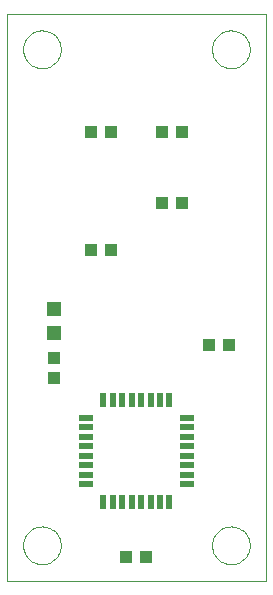
<source format=gbp>
G75*
G70*
%OFA0B0*%
%FSLAX24Y24*%
%IPPOS*%
%LPD*%
%AMOC8*
5,1,8,0,0,1.08239X$1,22.5*
%
%ADD10C,0.0000*%
%ADD11R,0.0433X0.0394*%
%ADD12R,0.0220X0.0500*%
%ADD13R,0.0500X0.0220*%
%ADD14R,0.0394X0.0433*%
%ADD15R,0.0472X0.0472*%
D10*
X000574Y000574D02*
X000574Y019471D01*
X009235Y019471D01*
X009235Y000574D01*
X000574Y000574D01*
X001125Y001755D02*
X001127Y001805D01*
X001133Y001855D01*
X001143Y001904D01*
X001157Y001952D01*
X001174Y001999D01*
X001195Y002044D01*
X001220Y002088D01*
X001248Y002129D01*
X001280Y002168D01*
X001314Y002205D01*
X001351Y002239D01*
X001391Y002269D01*
X001433Y002296D01*
X001477Y002320D01*
X001523Y002341D01*
X001570Y002357D01*
X001618Y002370D01*
X001668Y002379D01*
X001717Y002384D01*
X001768Y002385D01*
X001818Y002382D01*
X001867Y002375D01*
X001916Y002364D01*
X001964Y002349D01*
X002010Y002331D01*
X002055Y002309D01*
X002098Y002283D01*
X002139Y002254D01*
X002178Y002222D01*
X002214Y002187D01*
X002246Y002149D01*
X002276Y002109D01*
X002303Y002066D01*
X002326Y002022D01*
X002345Y001976D01*
X002361Y001928D01*
X002373Y001879D01*
X002381Y001830D01*
X002385Y001780D01*
X002385Y001730D01*
X002381Y001680D01*
X002373Y001631D01*
X002361Y001582D01*
X002345Y001534D01*
X002326Y001488D01*
X002303Y001444D01*
X002276Y001401D01*
X002246Y001361D01*
X002214Y001323D01*
X002178Y001288D01*
X002139Y001256D01*
X002098Y001227D01*
X002055Y001201D01*
X002010Y001179D01*
X001964Y001161D01*
X001916Y001146D01*
X001867Y001135D01*
X001818Y001128D01*
X001768Y001125D01*
X001717Y001126D01*
X001668Y001131D01*
X001618Y001140D01*
X001570Y001153D01*
X001523Y001169D01*
X001477Y001190D01*
X001433Y001214D01*
X001391Y001241D01*
X001351Y001271D01*
X001314Y001305D01*
X001280Y001342D01*
X001248Y001381D01*
X001220Y001422D01*
X001195Y001466D01*
X001174Y001511D01*
X001157Y001558D01*
X001143Y001606D01*
X001133Y001655D01*
X001127Y001705D01*
X001125Y001755D01*
X007424Y001755D02*
X007426Y001805D01*
X007432Y001855D01*
X007442Y001904D01*
X007456Y001952D01*
X007473Y001999D01*
X007494Y002044D01*
X007519Y002088D01*
X007547Y002129D01*
X007579Y002168D01*
X007613Y002205D01*
X007650Y002239D01*
X007690Y002269D01*
X007732Y002296D01*
X007776Y002320D01*
X007822Y002341D01*
X007869Y002357D01*
X007917Y002370D01*
X007967Y002379D01*
X008016Y002384D01*
X008067Y002385D01*
X008117Y002382D01*
X008166Y002375D01*
X008215Y002364D01*
X008263Y002349D01*
X008309Y002331D01*
X008354Y002309D01*
X008397Y002283D01*
X008438Y002254D01*
X008477Y002222D01*
X008513Y002187D01*
X008545Y002149D01*
X008575Y002109D01*
X008602Y002066D01*
X008625Y002022D01*
X008644Y001976D01*
X008660Y001928D01*
X008672Y001879D01*
X008680Y001830D01*
X008684Y001780D01*
X008684Y001730D01*
X008680Y001680D01*
X008672Y001631D01*
X008660Y001582D01*
X008644Y001534D01*
X008625Y001488D01*
X008602Y001444D01*
X008575Y001401D01*
X008545Y001361D01*
X008513Y001323D01*
X008477Y001288D01*
X008438Y001256D01*
X008397Y001227D01*
X008354Y001201D01*
X008309Y001179D01*
X008263Y001161D01*
X008215Y001146D01*
X008166Y001135D01*
X008117Y001128D01*
X008067Y001125D01*
X008016Y001126D01*
X007967Y001131D01*
X007917Y001140D01*
X007869Y001153D01*
X007822Y001169D01*
X007776Y001190D01*
X007732Y001214D01*
X007690Y001241D01*
X007650Y001271D01*
X007613Y001305D01*
X007579Y001342D01*
X007547Y001381D01*
X007519Y001422D01*
X007494Y001466D01*
X007473Y001511D01*
X007456Y001558D01*
X007442Y001606D01*
X007432Y001655D01*
X007426Y001705D01*
X007424Y001755D01*
X007424Y018290D02*
X007426Y018340D01*
X007432Y018390D01*
X007442Y018439D01*
X007456Y018487D01*
X007473Y018534D01*
X007494Y018579D01*
X007519Y018623D01*
X007547Y018664D01*
X007579Y018703D01*
X007613Y018740D01*
X007650Y018774D01*
X007690Y018804D01*
X007732Y018831D01*
X007776Y018855D01*
X007822Y018876D01*
X007869Y018892D01*
X007917Y018905D01*
X007967Y018914D01*
X008016Y018919D01*
X008067Y018920D01*
X008117Y018917D01*
X008166Y018910D01*
X008215Y018899D01*
X008263Y018884D01*
X008309Y018866D01*
X008354Y018844D01*
X008397Y018818D01*
X008438Y018789D01*
X008477Y018757D01*
X008513Y018722D01*
X008545Y018684D01*
X008575Y018644D01*
X008602Y018601D01*
X008625Y018557D01*
X008644Y018511D01*
X008660Y018463D01*
X008672Y018414D01*
X008680Y018365D01*
X008684Y018315D01*
X008684Y018265D01*
X008680Y018215D01*
X008672Y018166D01*
X008660Y018117D01*
X008644Y018069D01*
X008625Y018023D01*
X008602Y017979D01*
X008575Y017936D01*
X008545Y017896D01*
X008513Y017858D01*
X008477Y017823D01*
X008438Y017791D01*
X008397Y017762D01*
X008354Y017736D01*
X008309Y017714D01*
X008263Y017696D01*
X008215Y017681D01*
X008166Y017670D01*
X008117Y017663D01*
X008067Y017660D01*
X008016Y017661D01*
X007967Y017666D01*
X007917Y017675D01*
X007869Y017688D01*
X007822Y017704D01*
X007776Y017725D01*
X007732Y017749D01*
X007690Y017776D01*
X007650Y017806D01*
X007613Y017840D01*
X007579Y017877D01*
X007547Y017916D01*
X007519Y017957D01*
X007494Y018001D01*
X007473Y018046D01*
X007456Y018093D01*
X007442Y018141D01*
X007432Y018190D01*
X007426Y018240D01*
X007424Y018290D01*
X001125Y018290D02*
X001127Y018340D01*
X001133Y018390D01*
X001143Y018439D01*
X001157Y018487D01*
X001174Y018534D01*
X001195Y018579D01*
X001220Y018623D01*
X001248Y018664D01*
X001280Y018703D01*
X001314Y018740D01*
X001351Y018774D01*
X001391Y018804D01*
X001433Y018831D01*
X001477Y018855D01*
X001523Y018876D01*
X001570Y018892D01*
X001618Y018905D01*
X001668Y018914D01*
X001717Y018919D01*
X001768Y018920D01*
X001818Y018917D01*
X001867Y018910D01*
X001916Y018899D01*
X001964Y018884D01*
X002010Y018866D01*
X002055Y018844D01*
X002098Y018818D01*
X002139Y018789D01*
X002178Y018757D01*
X002214Y018722D01*
X002246Y018684D01*
X002276Y018644D01*
X002303Y018601D01*
X002326Y018557D01*
X002345Y018511D01*
X002361Y018463D01*
X002373Y018414D01*
X002381Y018365D01*
X002385Y018315D01*
X002385Y018265D01*
X002381Y018215D01*
X002373Y018166D01*
X002361Y018117D01*
X002345Y018069D01*
X002326Y018023D01*
X002303Y017979D01*
X002276Y017936D01*
X002246Y017896D01*
X002214Y017858D01*
X002178Y017823D01*
X002139Y017791D01*
X002098Y017762D01*
X002055Y017736D01*
X002010Y017714D01*
X001964Y017696D01*
X001916Y017681D01*
X001867Y017670D01*
X001818Y017663D01*
X001768Y017660D01*
X001717Y017661D01*
X001668Y017666D01*
X001618Y017675D01*
X001570Y017688D01*
X001523Y017704D01*
X001477Y017725D01*
X001433Y017749D01*
X001391Y017776D01*
X001351Y017806D01*
X001314Y017840D01*
X001280Y017877D01*
X001248Y017916D01*
X001220Y017957D01*
X001195Y018001D01*
X001174Y018046D01*
X001157Y018093D01*
X001143Y018141D01*
X001133Y018190D01*
X001127Y018240D01*
X001125Y018290D01*
D11*
X003389Y015534D03*
X004058Y015534D03*
X002149Y007995D03*
X002149Y007326D03*
X004570Y001361D03*
X005239Y001361D03*
D12*
X005377Y003214D03*
X005062Y003214D03*
X004747Y003214D03*
X004432Y003214D03*
X004117Y003214D03*
X003802Y003214D03*
X003802Y006594D03*
X004117Y006594D03*
X004432Y006594D03*
X004747Y006594D03*
X005062Y006594D03*
X005377Y006594D03*
X005692Y006594D03*
X006007Y006594D03*
X006007Y003214D03*
X005692Y003214D03*
D13*
X006594Y003802D03*
X006594Y004117D03*
X006594Y004432D03*
X006594Y004747D03*
X006594Y005062D03*
X006594Y005377D03*
X006594Y005692D03*
X006594Y006007D03*
X003214Y006007D03*
X003214Y005692D03*
X003214Y005377D03*
X003214Y005062D03*
X003214Y004747D03*
X003214Y004432D03*
X003214Y004117D03*
X003214Y003802D03*
D14*
X003389Y011597D03*
X004058Y011597D03*
X005751Y013172D03*
X006420Y013172D03*
X006420Y015534D03*
X005751Y015534D03*
X007326Y008448D03*
X007995Y008448D03*
D15*
X002149Y008822D03*
X002149Y009649D03*
M02*

</source>
